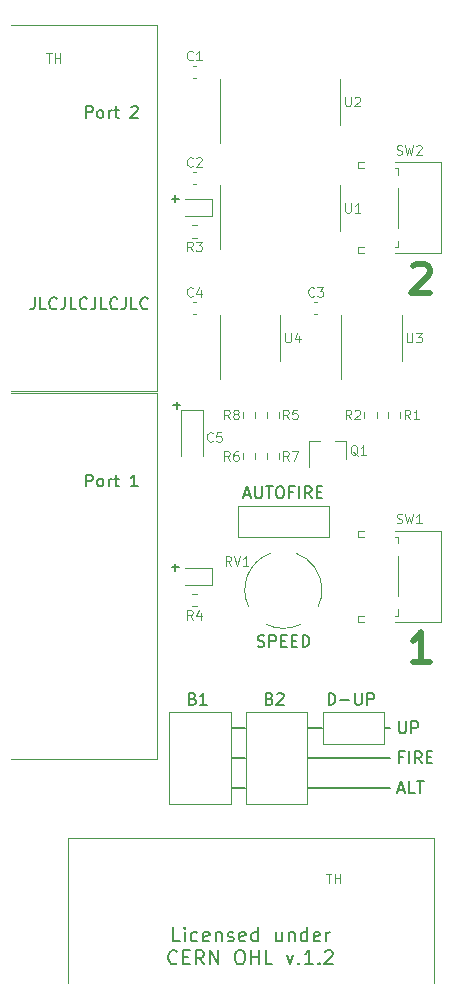
<source format=gto>
%TF.GenerationSoftware,KiCad,Pcbnew,5.1.12-84ad8e8a86~92~ubuntu20.04.1*%
%TF.CreationDate,2021-12-12T16:01:27+01:00*%
%TF.ProjectId,C64 Joystick Switcher,43363420-4a6f-4797-9374-69636b205377,rev?*%
%TF.SameCoordinates,PX5b1e2c0PY21e9a40*%
%TF.FileFunction,Legend,Top*%
%TF.FilePolarity,Positive*%
%FSLAX46Y46*%
G04 Gerber Fmt 4.6, Leading zero omitted, Abs format (unit mm)*
G04 Created by KiCad (PCBNEW 5.1.12-84ad8e8a86~92~ubuntu20.04.1) date 2021-12-12 16:01:27*
%MOMM*%
%LPD*%
G01*
G04 APERTURE LIST*
%ADD10C,0.150000*%
%ADD11C,0.200000*%
%ADD12C,0.500000*%
%ADD13C,0.120000*%
%ADD14C,0.100000*%
%ADD15C,1.152000*%
%ADD16C,1.620000*%
%ADD17R,0.800000X0.900000*%
%ADD18C,2.100000*%
%ADD19C,1.750000*%
%ADD20R,1.600000X1.600000*%
%ADD21C,1.600000*%
%ADD22C,4.800000*%
%ADD23R,1.700000X1.700000*%
%ADD24O,1.700000X1.700000*%
G04 APERTURE END LIST*
D10*
X13856000Y-45540000D02*
X13856000Y-46140000D01*
X13556000Y-45840000D02*
X14156000Y-45840000D01*
X13856000Y-14340000D02*
X13856000Y-14940000D01*
X13556000Y-14640000D02*
X14156000Y-14640000D01*
X13956000Y-32440000D02*
X13956000Y-31840000D01*
X13656000Y-32140000D02*
X14256000Y-32140000D01*
D11*
X1936952Y-22992380D02*
X1936952Y-23706666D01*
X1889333Y-23849523D01*
X1794095Y-23944761D01*
X1651238Y-23992380D01*
X1556000Y-23992380D01*
X2889333Y-23992380D02*
X2413142Y-23992380D01*
X2413142Y-22992380D01*
X3794095Y-23897142D02*
X3746476Y-23944761D01*
X3603619Y-23992380D01*
X3508380Y-23992380D01*
X3365523Y-23944761D01*
X3270285Y-23849523D01*
X3222666Y-23754285D01*
X3175047Y-23563809D01*
X3175047Y-23420952D01*
X3222666Y-23230476D01*
X3270285Y-23135238D01*
X3365523Y-23040000D01*
X3508380Y-22992380D01*
X3603619Y-22992380D01*
X3746476Y-23040000D01*
X3794095Y-23087619D01*
X4508380Y-22992380D02*
X4508380Y-23706666D01*
X4460761Y-23849523D01*
X4365523Y-23944761D01*
X4222666Y-23992380D01*
X4127428Y-23992380D01*
X5460761Y-23992380D02*
X4984571Y-23992380D01*
X4984571Y-22992380D01*
X6365523Y-23897142D02*
X6317904Y-23944761D01*
X6175047Y-23992380D01*
X6079809Y-23992380D01*
X5936952Y-23944761D01*
X5841714Y-23849523D01*
X5794095Y-23754285D01*
X5746476Y-23563809D01*
X5746476Y-23420952D01*
X5794095Y-23230476D01*
X5841714Y-23135238D01*
X5936952Y-23040000D01*
X6079809Y-22992380D01*
X6175047Y-22992380D01*
X6317904Y-23040000D01*
X6365523Y-23087619D01*
X7079809Y-22992380D02*
X7079809Y-23706666D01*
X7032190Y-23849523D01*
X6936952Y-23944761D01*
X6794095Y-23992380D01*
X6698857Y-23992380D01*
X8032190Y-23992380D02*
X7556000Y-23992380D01*
X7556000Y-22992380D01*
X8936952Y-23897142D02*
X8889333Y-23944761D01*
X8746476Y-23992380D01*
X8651238Y-23992380D01*
X8508380Y-23944761D01*
X8413142Y-23849523D01*
X8365523Y-23754285D01*
X8317904Y-23563809D01*
X8317904Y-23420952D01*
X8365523Y-23230476D01*
X8413142Y-23135238D01*
X8508380Y-23040000D01*
X8651238Y-22992380D01*
X8746476Y-22992380D01*
X8889333Y-23040000D01*
X8936952Y-23087619D01*
X9651238Y-22992380D02*
X9651238Y-23706666D01*
X9603619Y-23849523D01*
X9508380Y-23944761D01*
X9365523Y-23992380D01*
X9270285Y-23992380D01*
X10603619Y-23992380D02*
X10127428Y-23992380D01*
X10127428Y-22992380D01*
X11508380Y-23897142D02*
X11460761Y-23944761D01*
X11317904Y-23992380D01*
X11222666Y-23992380D01*
X11079809Y-23944761D01*
X10984571Y-23849523D01*
X10936952Y-23754285D01*
X10889333Y-23563809D01*
X10889333Y-23420952D01*
X10936952Y-23230476D01*
X10984571Y-23135238D01*
X11079809Y-23040000D01*
X11222666Y-22992380D01*
X11317904Y-22992380D01*
X11460761Y-23040000D01*
X11508380Y-23087619D01*
D12*
X35370285Y-53830952D02*
X33941714Y-53830952D01*
X34656000Y-53830952D02*
X34656000Y-51330952D01*
X34417904Y-51688095D01*
X34179809Y-51926190D01*
X33941714Y-52045238D01*
D11*
X32056000Y-59440000D02*
X31606000Y-59440000D01*
D10*
X20805523Y-52544761D02*
X20948380Y-52592380D01*
X21186476Y-52592380D01*
X21281714Y-52544761D01*
X21329333Y-52497142D01*
X21376952Y-52401904D01*
X21376952Y-52306666D01*
X21329333Y-52211428D01*
X21281714Y-52163809D01*
X21186476Y-52116190D01*
X20996000Y-52068571D01*
X20900761Y-52020952D01*
X20853142Y-51973333D01*
X20805523Y-51878095D01*
X20805523Y-51782857D01*
X20853142Y-51687619D01*
X20900761Y-51640000D01*
X20996000Y-51592380D01*
X21234095Y-51592380D01*
X21376952Y-51640000D01*
X21805523Y-52592380D02*
X21805523Y-51592380D01*
X22186476Y-51592380D01*
X22281714Y-51640000D01*
X22329333Y-51687619D01*
X22376952Y-51782857D01*
X22376952Y-51925714D01*
X22329333Y-52020952D01*
X22281714Y-52068571D01*
X22186476Y-52116190D01*
X21805523Y-52116190D01*
X22805523Y-52068571D02*
X23138857Y-52068571D01*
X23281714Y-52592380D02*
X22805523Y-52592380D01*
X22805523Y-51592380D01*
X23281714Y-51592380D01*
X23710285Y-52068571D02*
X24043619Y-52068571D01*
X24186476Y-52592380D02*
X23710285Y-52592380D01*
X23710285Y-51592380D01*
X24186476Y-51592380D01*
X24615047Y-52592380D02*
X24615047Y-51592380D01*
X24853142Y-51592380D01*
X24996000Y-51640000D01*
X25091238Y-51735238D01*
X25138857Y-51830476D01*
X25186476Y-52020952D01*
X25186476Y-52163809D01*
X25138857Y-52354285D01*
X25091238Y-52449523D01*
X24996000Y-52544761D01*
X24853142Y-52592380D01*
X24615047Y-52592380D01*
D12*
X33941714Y-20369047D02*
X34060761Y-20250000D01*
X34298857Y-20130952D01*
X34894095Y-20130952D01*
X35132190Y-20250000D01*
X35251238Y-20369047D01*
X35370285Y-20607142D01*
X35370285Y-20845238D01*
X35251238Y-21202380D01*
X33822666Y-22630952D01*
X35370285Y-22630952D01*
D11*
X32056000Y-61980000D02*
X25106000Y-61980000D01*
X32056000Y-64520000D02*
X25106000Y-64520000D01*
X25106000Y-59440000D02*
X26256000Y-59440000D01*
X18606000Y-64520000D02*
X19756000Y-64520000D01*
X18606000Y-61980000D02*
X19756000Y-61980000D01*
X18606000Y-59440000D02*
X19756000Y-59440000D01*
D10*
X26821238Y-57492380D02*
X26821238Y-56492380D01*
X27059333Y-56492380D01*
X27202190Y-56540000D01*
X27297428Y-56635238D01*
X27345047Y-56730476D01*
X27392666Y-56920952D01*
X27392666Y-57063809D01*
X27345047Y-57254285D01*
X27297428Y-57349523D01*
X27202190Y-57444761D01*
X27059333Y-57492380D01*
X26821238Y-57492380D01*
X27821238Y-57111428D02*
X28583142Y-57111428D01*
X29059333Y-56492380D02*
X29059333Y-57301904D01*
X29106952Y-57397142D01*
X29154571Y-57444761D01*
X29249809Y-57492380D01*
X29440285Y-57492380D01*
X29535523Y-57444761D01*
X29583142Y-57397142D01*
X29630761Y-57301904D01*
X29630761Y-56492380D01*
X30106952Y-57492380D02*
X30106952Y-56492380D01*
X30487904Y-56492380D01*
X30583142Y-56540000D01*
X30630761Y-56587619D01*
X30678380Y-56682857D01*
X30678380Y-56825714D01*
X30630761Y-56920952D01*
X30583142Y-56968571D01*
X30487904Y-57016190D01*
X30106952Y-57016190D01*
X21821238Y-56968571D02*
X21964095Y-57016190D01*
X22011714Y-57063809D01*
X22059333Y-57159047D01*
X22059333Y-57301904D01*
X22011714Y-57397142D01*
X21964095Y-57444761D01*
X21868857Y-57492380D01*
X21487904Y-57492380D01*
X21487904Y-56492380D01*
X21821238Y-56492380D01*
X21916476Y-56540000D01*
X21964095Y-56587619D01*
X22011714Y-56682857D01*
X22011714Y-56778095D01*
X21964095Y-56873333D01*
X21916476Y-56920952D01*
X21821238Y-56968571D01*
X21487904Y-56968571D01*
X22440285Y-56587619D02*
X22487904Y-56540000D01*
X22583142Y-56492380D01*
X22821238Y-56492380D01*
X22916476Y-56540000D01*
X22964095Y-56587619D01*
X23011714Y-56682857D01*
X23011714Y-56778095D01*
X22964095Y-56920952D01*
X22392666Y-57492380D01*
X23011714Y-57492380D01*
X15321238Y-56968571D02*
X15464095Y-57016190D01*
X15511714Y-57063809D01*
X15559333Y-57159047D01*
X15559333Y-57301904D01*
X15511714Y-57397142D01*
X15464095Y-57444761D01*
X15368857Y-57492380D01*
X14987904Y-57492380D01*
X14987904Y-56492380D01*
X15321238Y-56492380D01*
X15416476Y-56540000D01*
X15464095Y-56587619D01*
X15511714Y-56682857D01*
X15511714Y-56778095D01*
X15464095Y-56873333D01*
X15416476Y-56920952D01*
X15321238Y-56968571D01*
X14987904Y-56968571D01*
X16511714Y-57492380D02*
X15940285Y-57492380D01*
X16226000Y-57492380D02*
X16226000Y-56492380D01*
X16130761Y-56635238D01*
X16035523Y-56730476D01*
X15940285Y-56778095D01*
X32743976Y-64686666D02*
X33220166Y-64686666D01*
X32648738Y-64972380D02*
X32982071Y-63972380D01*
X33315404Y-64972380D01*
X34124928Y-64972380D02*
X33648738Y-64972380D01*
X33648738Y-63972380D01*
X34315404Y-63972380D02*
X34886833Y-63972380D01*
X34601119Y-64972380D02*
X34601119Y-63972380D01*
X32791595Y-58892380D02*
X32791595Y-59701904D01*
X32839214Y-59797142D01*
X32886833Y-59844761D01*
X32982071Y-59892380D01*
X33172547Y-59892380D01*
X33267785Y-59844761D01*
X33315404Y-59797142D01*
X33363023Y-59701904D01*
X33363023Y-58892380D01*
X33839214Y-59892380D02*
X33839214Y-58892380D01*
X34220166Y-58892380D01*
X34315404Y-58940000D01*
X34363023Y-58987619D01*
X34410642Y-59082857D01*
X34410642Y-59225714D01*
X34363023Y-59320952D01*
X34315404Y-59368571D01*
X34220166Y-59416190D01*
X33839214Y-59416190D01*
X33124928Y-61908571D02*
X32791595Y-61908571D01*
X32791595Y-62432380D02*
X32791595Y-61432380D01*
X33267785Y-61432380D01*
X33648738Y-62432380D02*
X33648738Y-61432380D01*
X34696357Y-62432380D02*
X34363023Y-61956190D01*
X34124928Y-62432380D02*
X34124928Y-61432380D01*
X34505880Y-61432380D01*
X34601119Y-61480000D01*
X34648738Y-61527619D01*
X34696357Y-61622857D01*
X34696357Y-61765714D01*
X34648738Y-61860952D01*
X34601119Y-61908571D01*
X34505880Y-61956190D01*
X34124928Y-61956190D01*
X35124928Y-61908571D02*
X35458261Y-61908571D01*
X35601119Y-62432380D02*
X35124928Y-62432380D01*
X35124928Y-61432380D01*
X35601119Y-61432380D01*
X14232000Y-77507857D02*
X13660571Y-77507857D01*
X13660571Y-76307857D01*
X14632000Y-77507857D02*
X14632000Y-76707857D01*
X14632000Y-76307857D02*
X14574857Y-76365000D01*
X14632000Y-76422142D01*
X14689142Y-76365000D01*
X14632000Y-76307857D01*
X14632000Y-76422142D01*
X15717714Y-77450714D02*
X15603428Y-77507857D01*
X15374857Y-77507857D01*
X15260571Y-77450714D01*
X15203428Y-77393571D01*
X15146285Y-77279285D01*
X15146285Y-76936428D01*
X15203428Y-76822142D01*
X15260571Y-76765000D01*
X15374857Y-76707857D01*
X15603428Y-76707857D01*
X15717714Y-76765000D01*
X16689142Y-77450714D02*
X16574857Y-77507857D01*
X16346285Y-77507857D01*
X16232000Y-77450714D01*
X16174857Y-77336428D01*
X16174857Y-76879285D01*
X16232000Y-76765000D01*
X16346285Y-76707857D01*
X16574857Y-76707857D01*
X16689142Y-76765000D01*
X16746285Y-76879285D01*
X16746285Y-76993571D01*
X16174857Y-77107857D01*
X17260571Y-76707857D02*
X17260571Y-77507857D01*
X17260571Y-76822142D02*
X17317714Y-76765000D01*
X17432000Y-76707857D01*
X17603428Y-76707857D01*
X17717714Y-76765000D01*
X17774857Y-76879285D01*
X17774857Y-77507857D01*
X18289142Y-77450714D02*
X18403428Y-77507857D01*
X18632000Y-77507857D01*
X18746285Y-77450714D01*
X18803428Y-77336428D01*
X18803428Y-77279285D01*
X18746285Y-77165000D01*
X18632000Y-77107857D01*
X18460571Y-77107857D01*
X18346285Y-77050714D01*
X18289142Y-76936428D01*
X18289142Y-76879285D01*
X18346285Y-76765000D01*
X18460571Y-76707857D01*
X18632000Y-76707857D01*
X18746285Y-76765000D01*
X19774857Y-77450714D02*
X19660571Y-77507857D01*
X19432000Y-77507857D01*
X19317714Y-77450714D01*
X19260571Y-77336428D01*
X19260571Y-76879285D01*
X19317714Y-76765000D01*
X19432000Y-76707857D01*
X19660571Y-76707857D01*
X19774857Y-76765000D01*
X19832000Y-76879285D01*
X19832000Y-76993571D01*
X19260571Y-77107857D01*
X20860571Y-77507857D02*
X20860571Y-76307857D01*
X20860571Y-77450714D02*
X20746285Y-77507857D01*
X20517714Y-77507857D01*
X20403428Y-77450714D01*
X20346285Y-77393571D01*
X20289142Y-77279285D01*
X20289142Y-76936428D01*
X20346285Y-76822142D01*
X20403428Y-76765000D01*
X20517714Y-76707857D01*
X20746285Y-76707857D01*
X20860571Y-76765000D01*
X22860571Y-76707857D02*
X22860571Y-77507857D01*
X22346285Y-76707857D02*
X22346285Y-77336428D01*
X22403428Y-77450714D01*
X22517714Y-77507857D01*
X22689142Y-77507857D01*
X22803428Y-77450714D01*
X22860571Y-77393571D01*
X23432000Y-76707857D02*
X23432000Y-77507857D01*
X23432000Y-76822142D02*
X23489142Y-76765000D01*
X23603428Y-76707857D01*
X23774857Y-76707857D01*
X23889142Y-76765000D01*
X23946285Y-76879285D01*
X23946285Y-77507857D01*
X25032000Y-77507857D02*
X25032000Y-76307857D01*
X25032000Y-77450714D02*
X24917714Y-77507857D01*
X24689142Y-77507857D01*
X24574857Y-77450714D01*
X24517714Y-77393571D01*
X24460571Y-77279285D01*
X24460571Y-76936428D01*
X24517714Y-76822142D01*
X24574857Y-76765000D01*
X24689142Y-76707857D01*
X24917714Y-76707857D01*
X25032000Y-76765000D01*
X26060571Y-77450714D02*
X25946285Y-77507857D01*
X25717714Y-77507857D01*
X25603428Y-77450714D01*
X25546285Y-77336428D01*
X25546285Y-76879285D01*
X25603428Y-76765000D01*
X25717714Y-76707857D01*
X25946285Y-76707857D01*
X26060571Y-76765000D01*
X26117714Y-76879285D01*
X26117714Y-76993571D01*
X25546285Y-77107857D01*
X26632000Y-77507857D02*
X26632000Y-76707857D01*
X26632000Y-76936428D02*
X26689142Y-76822142D01*
X26746285Y-76765000D01*
X26860571Y-76707857D01*
X26974857Y-76707857D01*
X14003428Y-79343571D02*
X13946285Y-79400714D01*
X13774857Y-79457857D01*
X13660571Y-79457857D01*
X13489142Y-79400714D01*
X13374857Y-79286428D01*
X13317714Y-79172142D01*
X13260571Y-78943571D01*
X13260571Y-78772142D01*
X13317714Y-78543571D01*
X13374857Y-78429285D01*
X13489142Y-78315000D01*
X13660571Y-78257857D01*
X13774857Y-78257857D01*
X13946285Y-78315000D01*
X14003428Y-78372142D01*
X14517714Y-78829285D02*
X14917714Y-78829285D01*
X15089142Y-79457857D02*
X14517714Y-79457857D01*
X14517714Y-78257857D01*
X15089142Y-78257857D01*
X16289142Y-79457857D02*
X15889142Y-78886428D01*
X15603428Y-79457857D02*
X15603428Y-78257857D01*
X16060571Y-78257857D01*
X16174857Y-78315000D01*
X16232000Y-78372142D01*
X16289142Y-78486428D01*
X16289142Y-78657857D01*
X16232000Y-78772142D01*
X16174857Y-78829285D01*
X16060571Y-78886428D01*
X15603428Y-78886428D01*
X16803428Y-79457857D02*
X16803428Y-78257857D01*
X17489142Y-79457857D01*
X17489142Y-78257857D01*
X19203428Y-78257857D02*
X19432000Y-78257857D01*
X19546285Y-78315000D01*
X19660571Y-78429285D01*
X19717714Y-78657857D01*
X19717714Y-79057857D01*
X19660571Y-79286428D01*
X19546285Y-79400714D01*
X19432000Y-79457857D01*
X19203428Y-79457857D01*
X19089142Y-79400714D01*
X18974857Y-79286428D01*
X18917714Y-79057857D01*
X18917714Y-78657857D01*
X18974857Y-78429285D01*
X19089142Y-78315000D01*
X19203428Y-78257857D01*
X20232000Y-79457857D02*
X20232000Y-78257857D01*
X20232000Y-78829285D02*
X20917714Y-78829285D01*
X20917714Y-79457857D02*
X20917714Y-78257857D01*
X22060571Y-79457857D02*
X21489142Y-79457857D01*
X21489142Y-78257857D01*
X23260571Y-78657857D02*
X23546285Y-79457857D01*
X23832000Y-78657857D01*
X24289142Y-79343571D02*
X24346285Y-79400714D01*
X24289142Y-79457857D01*
X24232000Y-79400714D01*
X24289142Y-79343571D01*
X24289142Y-79457857D01*
X25489142Y-79457857D02*
X24803428Y-79457857D01*
X25146285Y-79457857D02*
X25146285Y-78257857D01*
X25032000Y-78429285D01*
X24917714Y-78543571D01*
X24803428Y-78600714D01*
X26003428Y-79343571D02*
X26060571Y-79400714D01*
X26003428Y-79457857D01*
X25946285Y-79400714D01*
X26003428Y-79343571D01*
X26003428Y-79457857D01*
X26517714Y-78372142D02*
X26574857Y-78315000D01*
X26689142Y-78257857D01*
X26974857Y-78257857D01*
X27089142Y-78315000D01*
X27146285Y-78372142D01*
X27203428Y-78486428D01*
X27203428Y-78600714D01*
X27146285Y-78772142D01*
X26460571Y-79457857D01*
X27203428Y-79457857D01*
D13*
%TO.C,C5*%
X16191000Y-36440000D02*
X16191000Y-32530000D01*
X16191000Y-32530000D02*
X14321000Y-32530000D01*
X14321000Y-32530000D02*
X14321000Y-36440000D01*
%TO.C,RV1*%
X26266075Y-47683137D02*
G75*
G02*
X25910000Y-49225000I-3270075J-56863D01*
G01*
X24481202Y-50653387D02*
G75*
G02*
X21512000Y-50654000I-1485202J2913387D01*
G01*
X20082171Y-49223968D02*
G75*
G02*
X21932000Y-44648000I2913829J1483968D01*
G01*
X24060608Y-44648154D02*
G75*
G02*
X26266000Y-47740000I-1064608J-3091846D01*
G01*
%TO.C,Q1*%
X28336000Y-35180000D02*
X28336000Y-36640000D01*
X25176000Y-35180000D02*
X25176000Y-37340000D01*
X25176000Y-35180000D02*
X26106000Y-35180000D01*
X28336000Y-35180000D02*
X27406000Y-35180000D01*
%TO.C,D2*%
X14656000Y-47335000D02*
X16941000Y-47335000D01*
X16941000Y-47335000D02*
X16941000Y-45865000D01*
X16941000Y-45865000D02*
X14656000Y-45865000D01*
%TO.C,D1*%
X14656000Y-16135000D02*
X16941000Y-16135000D01*
X16941000Y-16135000D02*
X16941000Y-14665000D01*
X16941000Y-14665000D02*
X14656000Y-14665000D01*
%TO.C,U4*%
X22746000Y-26440000D02*
X22746000Y-24490000D01*
X22746000Y-26440000D02*
X22746000Y-28390000D01*
X17626000Y-26440000D02*
X17626000Y-24490000D01*
X17626000Y-26440000D02*
X17626000Y-29890000D01*
%TO.C,U3*%
X33016000Y-26440000D02*
X33016000Y-24490000D01*
X33016000Y-26440000D02*
X33016000Y-28390000D01*
X27896000Y-26440000D02*
X27896000Y-24490000D01*
X27896000Y-26440000D02*
X27896000Y-29890000D01*
%TO.C,U2*%
X27786000Y-6440000D02*
X27786000Y-4490000D01*
X27786000Y-6440000D02*
X27786000Y-8390000D01*
X17666000Y-6440000D02*
X17666000Y-4490000D01*
X17666000Y-6440000D02*
X17666000Y-9890000D01*
%TO.C,U1*%
X27786000Y-15440000D02*
X27786000Y-13490000D01*
X27786000Y-15440000D02*
X27786000Y-17390000D01*
X17666000Y-15440000D02*
X17666000Y-13490000D01*
X17666000Y-15440000D02*
X17666000Y-18890000D01*
%TO.C,SW2*%
X32686000Y-12060000D02*
X32456000Y-12060000D01*
X36356000Y-11540000D02*
X36356000Y-19260000D01*
X36356000Y-19260000D02*
X32456000Y-19260000D01*
X29346000Y-11540000D02*
X29346000Y-12060000D01*
X36356000Y-11540000D02*
X32456000Y-11540000D01*
X32686000Y-18740000D02*
X32456000Y-18740000D01*
X29856000Y-12060000D02*
X29346000Y-12060000D01*
X29856000Y-11540000D02*
X29346000Y-11540000D01*
X32686000Y-18200000D02*
X32686000Y-18740000D01*
X29856000Y-18740000D02*
X29346000Y-18740000D01*
X29346000Y-18740000D02*
X29346000Y-19260000D01*
X29856000Y-19260000D02*
X29346000Y-19260000D01*
X32686000Y-12060000D02*
X32686000Y-12600000D01*
X32686000Y-13700000D02*
X32686000Y-17100000D01*
%TO.C,SW1*%
X32686000Y-43260000D02*
X32456000Y-43260000D01*
X36356000Y-42740000D02*
X36356000Y-50460000D01*
X36356000Y-50460000D02*
X32456000Y-50460000D01*
X29346000Y-42740000D02*
X29346000Y-43260000D01*
X36356000Y-42740000D02*
X32456000Y-42740000D01*
X32686000Y-49940000D02*
X32456000Y-49940000D01*
X29856000Y-43260000D02*
X29346000Y-43260000D01*
X29856000Y-42740000D02*
X29346000Y-42740000D01*
X32686000Y-49400000D02*
X32686000Y-49940000D01*
X29856000Y-49940000D02*
X29346000Y-49940000D01*
X29346000Y-49940000D02*
X29346000Y-50460000D01*
X29856000Y-50460000D02*
X29346000Y-50460000D01*
X32686000Y-43260000D02*
X32686000Y-43800000D01*
X32686000Y-44900000D02*
X32686000Y-48300000D01*
%TO.C,R8*%
X20613500Y-32702742D02*
X20613500Y-33177258D01*
X19568500Y-32702742D02*
X19568500Y-33177258D01*
%TO.C,R7*%
X21568500Y-36677258D02*
X21568500Y-36202742D01*
X22613500Y-36677258D02*
X22613500Y-36202742D01*
%TO.C,R6*%
X20613500Y-36202742D02*
X20613500Y-36677258D01*
X19568500Y-36202742D02*
X19568500Y-36677258D01*
%TO.C,R5*%
X21568500Y-33177258D02*
X21568500Y-32702742D01*
X22613500Y-33177258D02*
X22613500Y-32702742D01*
%TO.C,R4*%
X15218742Y-48077500D02*
X15693258Y-48077500D01*
X15218742Y-49122500D02*
X15693258Y-49122500D01*
%TO.C,R3*%
X15693258Y-17922500D02*
X15218742Y-17922500D01*
X15693258Y-16877500D02*
X15218742Y-16877500D01*
%TO.C,R2*%
X30883500Y-32702742D02*
X30883500Y-33177258D01*
X29838500Y-32702742D02*
X29838500Y-33177258D01*
%TO.C,R1*%
X32883500Y-32702742D02*
X32883500Y-33177258D01*
X31838500Y-32702742D02*
X31838500Y-33177258D01*
%TO.C,C4*%
X15596580Y-24375000D02*
X15315420Y-24375000D01*
X15596580Y-23355000D02*
X15315420Y-23355000D01*
%TO.C,C3*%
X25866580Y-24375000D02*
X25585420Y-24375000D01*
X25866580Y-23355000D02*
X25585420Y-23355000D01*
%TO.C,C2*%
X15596580Y-13375000D02*
X15315420Y-13375000D01*
X15596580Y-12355000D02*
X15315420Y-12355000D01*
%TO.C,C1*%
X15596580Y-4375000D02*
X15315420Y-4375000D01*
X15596580Y-3355000D02*
X15315420Y-3355000D01*
%TO.C,J2*%
X-24000Y85000D02*
X12316000Y85000D01*
X12316000Y85000D02*
X12316000Y-30885000D01*
X12316000Y-30885000D02*
X-24000Y-30885000D01*
%TO.C,J1*%
X-24000Y-31115000D02*
X12316000Y-31115000D01*
X12316000Y-31115000D02*
X12316000Y-62085000D01*
X12316000Y-62085000D02*
X-24000Y-62085000D01*
%TO.C,J3*%
X4747000Y-81060000D02*
X4747000Y-68720000D01*
X4747000Y-68720000D02*
X35717000Y-68720000D01*
X35717000Y-68720000D02*
X35717000Y-81060000D01*
%TO.C,JP1*%
X31526000Y-60770000D02*
X31526000Y-58110000D01*
X26326000Y-60770000D02*
X31526000Y-60770000D01*
X26326000Y-58110000D02*
X31526000Y-58110000D01*
X26326000Y-60770000D02*
X26326000Y-58110000D01*
%TO.C,J4*%
X19826000Y-65850000D02*
X25026000Y-65850000D01*
X19826000Y-58110000D02*
X19826000Y-65850000D01*
X25026000Y-58110000D02*
X25026000Y-65850000D01*
X19826000Y-58110000D02*
X25026000Y-58110000D01*
%TO.C,J5*%
X13326000Y-65850000D02*
X18526000Y-65850000D01*
X13326000Y-58110000D02*
X13326000Y-65850000D01*
X18526000Y-58110000D02*
X18526000Y-65850000D01*
X13326000Y-58110000D02*
X18526000Y-58110000D01*
%TO.C,JP2*%
X26866000Y-43270000D02*
X26866000Y-40610000D01*
X19126000Y-43270000D02*
X26866000Y-43270000D01*
X19126000Y-40610000D02*
X26866000Y-40610000D01*
X19126000Y-43270000D02*
X19126000Y-40610000D01*
%TO.C,C5*%
X17022666Y-35125714D02*
X16984571Y-35163809D01*
X16870285Y-35201904D01*
X16794095Y-35201904D01*
X16679809Y-35163809D01*
X16603619Y-35087619D01*
X16565523Y-35011428D01*
X16527428Y-34859047D01*
X16527428Y-34744761D01*
X16565523Y-34592380D01*
X16603619Y-34516190D01*
X16679809Y-34440000D01*
X16794095Y-34401904D01*
X16870285Y-34401904D01*
X16984571Y-34440000D01*
X17022666Y-34478095D01*
X17746476Y-34401904D02*
X17365523Y-34401904D01*
X17327428Y-34782857D01*
X17365523Y-34744761D01*
X17441714Y-34706666D01*
X17632190Y-34706666D01*
X17708380Y-34744761D01*
X17746476Y-34782857D01*
X17784571Y-34859047D01*
X17784571Y-35049523D01*
X17746476Y-35125714D01*
X17708380Y-35163809D01*
X17632190Y-35201904D01*
X17441714Y-35201904D01*
X17365523Y-35163809D01*
X17327428Y-35125714D01*
%TO.C,TH*%
D14*
X26608380Y-71801904D02*
X27065523Y-71801904D01*
X26836952Y-72601904D02*
X26836952Y-71801904D01*
X27332190Y-72601904D02*
X27332190Y-71801904D01*
X27332190Y-72182857D02*
X27789333Y-72182857D01*
X27789333Y-72601904D02*
X27789333Y-71801904D01*
X2908380Y-2301904D02*
X3365523Y-2301904D01*
X3136952Y-3101904D02*
X3136952Y-2301904D01*
X3632190Y-3101904D02*
X3632190Y-2301904D01*
X3632190Y-2682857D02*
X4089333Y-2682857D01*
X4089333Y-3101904D02*
X4089333Y-2301904D01*
%TO.C,RV1*%
D13*
X18579809Y-45701904D02*
X18313142Y-45320952D01*
X18122666Y-45701904D02*
X18122666Y-44901904D01*
X18427428Y-44901904D01*
X18503619Y-44940000D01*
X18541714Y-44978095D01*
X18579809Y-45054285D01*
X18579809Y-45168571D01*
X18541714Y-45244761D01*
X18503619Y-45282857D01*
X18427428Y-45320952D01*
X18122666Y-45320952D01*
X18808380Y-44901904D02*
X19075047Y-45701904D01*
X19341714Y-44901904D01*
X20027428Y-45701904D02*
X19570285Y-45701904D01*
X19798857Y-45701904D02*
X19798857Y-44901904D01*
X19722666Y-45016190D01*
X19646476Y-45092380D01*
X19570285Y-45130476D01*
%TO.C,Q1*%
X29279809Y-36378095D02*
X29203619Y-36340000D01*
X29127428Y-36263809D01*
X29013142Y-36149523D01*
X28936952Y-36111428D01*
X28860761Y-36111428D01*
X28898857Y-36301904D02*
X28822666Y-36263809D01*
X28746476Y-36187619D01*
X28708380Y-36035238D01*
X28708380Y-35768571D01*
X28746476Y-35616190D01*
X28822666Y-35540000D01*
X28898857Y-35501904D01*
X29051238Y-35501904D01*
X29127428Y-35540000D01*
X29203619Y-35616190D01*
X29241714Y-35768571D01*
X29241714Y-36035238D01*
X29203619Y-36187619D01*
X29127428Y-36263809D01*
X29051238Y-36301904D01*
X28898857Y-36301904D01*
X30003619Y-36301904D02*
X29546476Y-36301904D01*
X29775047Y-36301904D02*
X29775047Y-35501904D01*
X29698857Y-35616190D01*
X29622666Y-35692380D01*
X29546476Y-35730476D01*
%TO.C,U4*%
X23166476Y-26001904D02*
X23166476Y-26649523D01*
X23204571Y-26725714D01*
X23242666Y-26763809D01*
X23318857Y-26801904D01*
X23471238Y-26801904D01*
X23547428Y-26763809D01*
X23585523Y-26725714D01*
X23623619Y-26649523D01*
X23623619Y-26001904D01*
X24347428Y-26268571D02*
X24347428Y-26801904D01*
X24156952Y-25963809D02*
X23966476Y-26535238D01*
X24461714Y-26535238D01*
%TO.C,U3*%
X33436476Y-26001904D02*
X33436476Y-26649523D01*
X33474571Y-26725714D01*
X33512666Y-26763809D01*
X33588857Y-26801904D01*
X33741238Y-26801904D01*
X33817428Y-26763809D01*
X33855523Y-26725714D01*
X33893619Y-26649523D01*
X33893619Y-26001904D01*
X34198380Y-26001904D02*
X34693619Y-26001904D01*
X34426952Y-26306666D01*
X34541238Y-26306666D01*
X34617428Y-26344761D01*
X34655523Y-26382857D01*
X34693619Y-26459047D01*
X34693619Y-26649523D01*
X34655523Y-26725714D01*
X34617428Y-26763809D01*
X34541238Y-26801904D01*
X34312666Y-26801904D01*
X34236476Y-26763809D01*
X34198380Y-26725714D01*
%TO.C,U2*%
X28246476Y-6001904D02*
X28246476Y-6649523D01*
X28284571Y-6725714D01*
X28322666Y-6763809D01*
X28398857Y-6801904D01*
X28551238Y-6801904D01*
X28627428Y-6763809D01*
X28665523Y-6725714D01*
X28703619Y-6649523D01*
X28703619Y-6001904D01*
X29046476Y-6078095D02*
X29084571Y-6040000D01*
X29160761Y-6001904D01*
X29351238Y-6001904D01*
X29427428Y-6040000D01*
X29465523Y-6078095D01*
X29503619Y-6154285D01*
X29503619Y-6230476D01*
X29465523Y-6344761D01*
X29008380Y-6801904D01*
X29503619Y-6801904D01*
%TO.C,U1*%
X28246476Y-15001904D02*
X28246476Y-15649523D01*
X28284571Y-15725714D01*
X28322666Y-15763809D01*
X28398857Y-15801904D01*
X28551238Y-15801904D01*
X28627428Y-15763809D01*
X28665523Y-15725714D01*
X28703619Y-15649523D01*
X28703619Y-15001904D01*
X29503619Y-15801904D02*
X29046476Y-15801904D01*
X29275047Y-15801904D02*
X29275047Y-15001904D01*
X29198857Y-15116190D01*
X29122666Y-15192380D01*
X29046476Y-15230476D01*
%TO.C,SW2*%
X32589333Y-10873809D02*
X32703619Y-10911904D01*
X32894095Y-10911904D01*
X32970285Y-10873809D01*
X33008380Y-10835714D01*
X33046476Y-10759523D01*
X33046476Y-10683333D01*
X33008380Y-10607142D01*
X32970285Y-10569047D01*
X32894095Y-10530952D01*
X32741714Y-10492857D01*
X32665523Y-10454761D01*
X32627428Y-10416666D01*
X32589333Y-10340476D01*
X32589333Y-10264285D01*
X32627428Y-10188095D01*
X32665523Y-10150000D01*
X32741714Y-10111904D01*
X32932190Y-10111904D01*
X33046476Y-10150000D01*
X33313142Y-10111904D02*
X33503619Y-10911904D01*
X33656000Y-10340476D01*
X33808380Y-10911904D01*
X33998857Y-10111904D01*
X34265523Y-10188095D02*
X34303619Y-10150000D01*
X34379809Y-10111904D01*
X34570285Y-10111904D01*
X34646476Y-10150000D01*
X34684571Y-10188095D01*
X34722666Y-10264285D01*
X34722666Y-10340476D01*
X34684571Y-10454761D01*
X34227428Y-10911904D01*
X34722666Y-10911904D01*
%TO.C,SW1*%
X32589333Y-42073809D02*
X32703619Y-42111904D01*
X32894095Y-42111904D01*
X32970285Y-42073809D01*
X33008380Y-42035714D01*
X33046476Y-41959523D01*
X33046476Y-41883333D01*
X33008380Y-41807142D01*
X32970285Y-41769047D01*
X32894095Y-41730952D01*
X32741714Y-41692857D01*
X32665523Y-41654761D01*
X32627428Y-41616666D01*
X32589333Y-41540476D01*
X32589333Y-41464285D01*
X32627428Y-41388095D01*
X32665523Y-41350000D01*
X32741714Y-41311904D01*
X32932190Y-41311904D01*
X33046476Y-41350000D01*
X33313142Y-41311904D02*
X33503619Y-42111904D01*
X33656000Y-41540476D01*
X33808380Y-42111904D01*
X33998857Y-41311904D01*
X34722666Y-42111904D02*
X34265523Y-42111904D01*
X34494095Y-42111904D02*
X34494095Y-41311904D01*
X34417904Y-41426190D01*
X34341714Y-41502380D01*
X34265523Y-41540476D01*
%TO.C,R8*%
X18457666Y-33301904D02*
X18191000Y-32920952D01*
X18000523Y-33301904D02*
X18000523Y-32501904D01*
X18305285Y-32501904D01*
X18381476Y-32540000D01*
X18419571Y-32578095D01*
X18457666Y-32654285D01*
X18457666Y-32768571D01*
X18419571Y-32844761D01*
X18381476Y-32882857D01*
X18305285Y-32920952D01*
X18000523Y-32920952D01*
X18914809Y-32844761D02*
X18838619Y-32806666D01*
X18800523Y-32768571D01*
X18762428Y-32692380D01*
X18762428Y-32654285D01*
X18800523Y-32578095D01*
X18838619Y-32540000D01*
X18914809Y-32501904D01*
X19067190Y-32501904D01*
X19143380Y-32540000D01*
X19181476Y-32578095D01*
X19219571Y-32654285D01*
X19219571Y-32692380D01*
X19181476Y-32768571D01*
X19143380Y-32806666D01*
X19067190Y-32844761D01*
X18914809Y-32844761D01*
X18838619Y-32882857D01*
X18800523Y-32920952D01*
X18762428Y-32997142D01*
X18762428Y-33149523D01*
X18800523Y-33225714D01*
X18838619Y-33263809D01*
X18914809Y-33301904D01*
X19067190Y-33301904D01*
X19143380Y-33263809D01*
X19181476Y-33225714D01*
X19219571Y-33149523D01*
X19219571Y-32997142D01*
X19181476Y-32920952D01*
X19143380Y-32882857D01*
X19067190Y-32844761D01*
%TO.C,R7*%
X23457666Y-36801904D02*
X23191000Y-36420952D01*
X23000523Y-36801904D02*
X23000523Y-36001904D01*
X23305285Y-36001904D01*
X23381476Y-36040000D01*
X23419571Y-36078095D01*
X23457666Y-36154285D01*
X23457666Y-36268571D01*
X23419571Y-36344761D01*
X23381476Y-36382857D01*
X23305285Y-36420952D01*
X23000523Y-36420952D01*
X23724333Y-36001904D02*
X24257666Y-36001904D01*
X23914809Y-36801904D01*
%TO.C,R6*%
X18457666Y-36801904D02*
X18191000Y-36420952D01*
X18000523Y-36801904D02*
X18000523Y-36001904D01*
X18305285Y-36001904D01*
X18381476Y-36040000D01*
X18419571Y-36078095D01*
X18457666Y-36154285D01*
X18457666Y-36268571D01*
X18419571Y-36344761D01*
X18381476Y-36382857D01*
X18305285Y-36420952D01*
X18000523Y-36420952D01*
X19143380Y-36001904D02*
X18991000Y-36001904D01*
X18914809Y-36040000D01*
X18876714Y-36078095D01*
X18800523Y-36192380D01*
X18762428Y-36344761D01*
X18762428Y-36649523D01*
X18800523Y-36725714D01*
X18838619Y-36763809D01*
X18914809Y-36801904D01*
X19067190Y-36801904D01*
X19143380Y-36763809D01*
X19181476Y-36725714D01*
X19219571Y-36649523D01*
X19219571Y-36459047D01*
X19181476Y-36382857D01*
X19143380Y-36344761D01*
X19067190Y-36306666D01*
X18914809Y-36306666D01*
X18838619Y-36344761D01*
X18800523Y-36382857D01*
X18762428Y-36459047D01*
%TO.C,R5*%
X23457666Y-33301904D02*
X23191000Y-32920952D01*
X23000523Y-33301904D02*
X23000523Y-32501904D01*
X23305285Y-32501904D01*
X23381476Y-32540000D01*
X23419571Y-32578095D01*
X23457666Y-32654285D01*
X23457666Y-32768571D01*
X23419571Y-32844761D01*
X23381476Y-32882857D01*
X23305285Y-32920952D01*
X23000523Y-32920952D01*
X24181476Y-32501904D02*
X23800523Y-32501904D01*
X23762428Y-32882857D01*
X23800523Y-32844761D01*
X23876714Y-32806666D01*
X24067190Y-32806666D01*
X24143380Y-32844761D01*
X24181476Y-32882857D01*
X24219571Y-32959047D01*
X24219571Y-33149523D01*
X24181476Y-33225714D01*
X24143380Y-33263809D01*
X24067190Y-33301904D01*
X23876714Y-33301904D01*
X23800523Y-33263809D01*
X23762428Y-33225714D01*
%TO.C,R4*%
X15322666Y-50261904D02*
X15056000Y-49880952D01*
X14865523Y-50261904D02*
X14865523Y-49461904D01*
X15170285Y-49461904D01*
X15246476Y-49500000D01*
X15284571Y-49538095D01*
X15322666Y-49614285D01*
X15322666Y-49728571D01*
X15284571Y-49804761D01*
X15246476Y-49842857D01*
X15170285Y-49880952D01*
X14865523Y-49880952D01*
X16008380Y-49728571D02*
X16008380Y-50261904D01*
X15817904Y-49423809D02*
X15627428Y-49995238D01*
X16122666Y-49995238D01*
%TO.C,R3*%
X15322666Y-19061904D02*
X15056000Y-18680952D01*
X14865523Y-19061904D02*
X14865523Y-18261904D01*
X15170285Y-18261904D01*
X15246476Y-18300000D01*
X15284571Y-18338095D01*
X15322666Y-18414285D01*
X15322666Y-18528571D01*
X15284571Y-18604761D01*
X15246476Y-18642857D01*
X15170285Y-18680952D01*
X14865523Y-18680952D01*
X15589333Y-18261904D02*
X16084571Y-18261904D01*
X15817904Y-18566666D01*
X15932190Y-18566666D01*
X16008380Y-18604761D01*
X16046476Y-18642857D01*
X16084571Y-18719047D01*
X16084571Y-18909523D01*
X16046476Y-18985714D01*
X16008380Y-19023809D01*
X15932190Y-19061904D01*
X15703619Y-19061904D01*
X15627428Y-19023809D01*
X15589333Y-18985714D01*
%TO.C,R2*%
X28727666Y-33301904D02*
X28461000Y-32920952D01*
X28270523Y-33301904D02*
X28270523Y-32501904D01*
X28575285Y-32501904D01*
X28651476Y-32540000D01*
X28689571Y-32578095D01*
X28727666Y-32654285D01*
X28727666Y-32768571D01*
X28689571Y-32844761D01*
X28651476Y-32882857D01*
X28575285Y-32920952D01*
X28270523Y-32920952D01*
X29032428Y-32578095D02*
X29070523Y-32540000D01*
X29146714Y-32501904D01*
X29337190Y-32501904D01*
X29413380Y-32540000D01*
X29451476Y-32578095D01*
X29489571Y-32654285D01*
X29489571Y-32730476D01*
X29451476Y-32844761D01*
X28994333Y-33301904D01*
X29489571Y-33301904D01*
%TO.C,R1*%
X33727666Y-33301904D02*
X33461000Y-32920952D01*
X33270523Y-33301904D02*
X33270523Y-32501904D01*
X33575285Y-32501904D01*
X33651476Y-32540000D01*
X33689571Y-32578095D01*
X33727666Y-32654285D01*
X33727666Y-32768571D01*
X33689571Y-32844761D01*
X33651476Y-32882857D01*
X33575285Y-32920952D01*
X33270523Y-32920952D01*
X34489571Y-33301904D02*
X34032428Y-33301904D01*
X34261000Y-33301904D02*
X34261000Y-32501904D01*
X34184809Y-32616190D01*
X34108619Y-32692380D01*
X34032428Y-32730476D01*
%TO.C,C4*%
X15322666Y-22850714D02*
X15284571Y-22888809D01*
X15170285Y-22926904D01*
X15094095Y-22926904D01*
X14979809Y-22888809D01*
X14903619Y-22812619D01*
X14865523Y-22736428D01*
X14827428Y-22584047D01*
X14827428Y-22469761D01*
X14865523Y-22317380D01*
X14903619Y-22241190D01*
X14979809Y-22165000D01*
X15094095Y-22126904D01*
X15170285Y-22126904D01*
X15284571Y-22165000D01*
X15322666Y-22203095D01*
X16008380Y-22393571D02*
X16008380Y-22926904D01*
X15817904Y-22088809D02*
X15627428Y-22660238D01*
X16122666Y-22660238D01*
%TO.C,C3*%
X25592666Y-22850714D02*
X25554571Y-22888809D01*
X25440285Y-22926904D01*
X25364095Y-22926904D01*
X25249809Y-22888809D01*
X25173619Y-22812619D01*
X25135523Y-22736428D01*
X25097428Y-22584047D01*
X25097428Y-22469761D01*
X25135523Y-22317380D01*
X25173619Y-22241190D01*
X25249809Y-22165000D01*
X25364095Y-22126904D01*
X25440285Y-22126904D01*
X25554571Y-22165000D01*
X25592666Y-22203095D01*
X25859333Y-22126904D02*
X26354571Y-22126904D01*
X26087904Y-22431666D01*
X26202190Y-22431666D01*
X26278380Y-22469761D01*
X26316476Y-22507857D01*
X26354571Y-22584047D01*
X26354571Y-22774523D01*
X26316476Y-22850714D01*
X26278380Y-22888809D01*
X26202190Y-22926904D01*
X25973619Y-22926904D01*
X25897428Y-22888809D01*
X25859333Y-22850714D01*
%TO.C,C2*%
X15322666Y-11850714D02*
X15284571Y-11888809D01*
X15170285Y-11926904D01*
X15094095Y-11926904D01*
X14979809Y-11888809D01*
X14903619Y-11812619D01*
X14865523Y-11736428D01*
X14827428Y-11584047D01*
X14827428Y-11469761D01*
X14865523Y-11317380D01*
X14903619Y-11241190D01*
X14979809Y-11165000D01*
X15094095Y-11126904D01*
X15170285Y-11126904D01*
X15284571Y-11165000D01*
X15322666Y-11203095D01*
X15627428Y-11203095D02*
X15665523Y-11165000D01*
X15741714Y-11126904D01*
X15932190Y-11126904D01*
X16008380Y-11165000D01*
X16046476Y-11203095D01*
X16084571Y-11279285D01*
X16084571Y-11355476D01*
X16046476Y-11469761D01*
X15589333Y-11926904D01*
X16084571Y-11926904D01*
%TO.C,C1*%
X15322666Y-2850714D02*
X15284571Y-2888809D01*
X15170285Y-2926904D01*
X15094095Y-2926904D01*
X14979809Y-2888809D01*
X14903619Y-2812619D01*
X14865523Y-2736428D01*
X14827428Y-2584047D01*
X14827428Y-2469761D01*
X14865523Y-2317380D01*
X14903619Y-2241190D01*
X14979809Y-2165000D01*
X15094095Y-2126904D01*
X15170285Y-2126904D01*
X15284571Y-2165000D01*
X15322666Y-2203095D01*
X16084571Y-2926904D02*
X15627428Y-2926904D01*
X15856000Y-2926904D02*
X15856000Y-2126904D01*
X15779809Y-2241190D01*
X15703619Y-2317380D01*
X15627428Y-2355476D01*
%TO.C,J2*%
D10*
X6289333Y-7792380D02*
X6289333Y-6792380D01*
X6670285Y-6792380D01*
X6765523Y-6840000D01*
X6813142Y-6887619D01*
X6860761Y-6982857D01*
X6860761Y-7125714D01*
X6813142Y-7220952D01*
X6765523Y-7268571D01*
X6670285Y-7316190D01*
X6289333Y-7316190D01*
X7432190Y-7792380D02*
X7336952Y-7744761D01*
X7289333Y-7697142D01*
X7241714Y-7601904D01*
X7241714Y-7316190D01*
X7289333Y-7220952D01*
X7336952Y-7173333D01*
X7432190Y-7125714D01*
X7575047Y-7125714D01*
X7670285Y-7173333D01*
X7717904Y-7220952D01*
X7765523Y-7316190D01*
X7765523Y-7601904D01*
X7717904Y-7697142D01*
X7670285Y-7744761D01*
X7575047Y-7792380D01*
X7432190Y-7792380D01*
X8194095Y-7792380D02*
X8194095Y-7125714D01*
X8194095Y-7316190D02*
X8241714Y-7220952D01*
X8289333Y-7173333D01*
X8384571Y-7125714D01*
X8479809Y-7125714D01*
X8670285Y-7125714D02*
X9051238Y-7125714D01*
X8813142Y-6792380D02*
X8813142Y-7649523D01*
X8860761Y-7744761D01*
X8956000Y-7792380D01*
X9051238Y-7792380D01*
X10098857Y-6887619D02*
X10146476Y-6840000D01*
X10241714Y-6792380D01*
X10479809Y-6792380D01*
X10575047Y-6840000D01*
X10622666Y-6887619D01*
X10670285Y-6982857D01*
X10670285Y-7078095D01*
X10622666Y-7220952D01*
X10051238Y-7792380D01*
X10670285Y-7792380D01*
%TO.C,J1*%
X6289333Y-38992380D02*
X6289333Y-37992380D01*
X6670285Y-37992380D01*
X6765523Y-38040000D01*
X6813142Y-38087619D01*
X6860761Y-38182857D01*
X6860761Y-38325714D01*
X6813142Y-38420952D01*
X6765523Y-38468571D01*
X6670285Y-38516190D01*
X6289333Y-38516190D01*
X7432190Y-38992380D02*
X7336952Y-38944761D01*
X7289333Y-38897142D01*
X7241714Y-38801904D01*
X7241714Y-38516190D01*
X7289333Y-38420952D01*
X7336952Y-38373333D01*
X7432190Y-38325714D01*
X7575047Y-38325714D01*
X7670285Y-38373333D01*
X7717904Y-38420952D01*
X7765523Y-38516190D01*
X7765523Y-38801904D01*
X7717904Y-38897142D01*
X7670285Y-38944761D01*
X7575047Y-38992380D01*
X7432190Y-38992380D01*
X8194095Y-38992380D02*
X8194095Y-38325714D01*
X8194095Y-38516190D02*
X8241714Y-38420952D01*
X8289333Y-38373333D01*
X8384571Y-38325714D01*
X8479809Y-38325714D01*
X8670285Y-38325714D02*
X9051238Y-38325714D01*
X8813142Y-37992380D02*
X8813142Y-38849523D01*
X8860761Y-38944761D01*
X8956000Y-38992380D01*
X9051238Y-38992380D01*
X10670285Y-38992380D02*
X10098857Y-38992380D01*
X10384571Y-38992380D02*
X10384571Y-37992380D01*
X10289333Y-38135238D01*
X10194095Y-38230476D01*
X10098857Y-38278095D01*
%TO.C,JP2*%
X19710285Y-39706666D02*
X20186476Y-39706666D01*
X19615047Y-39992380D02*
X19948380Y-38992380D01*
X20281714Y-39992380D01*
X20615047Y-38992380D02*
X20615047Y-39801904D01*
X20662666Y-39897142D01*
X20710285Y-39944761D01*
X20805523Y-39992380D01*
X20996000Y-39992380D01*
X21091238Y-39944761D01*
X21138857Y-39897142D01*
X21186476Y-39801904D01*
X21186476Y-38992380D01*
X21519809Y-38992380D02*
X22091238Y-38992380D01*
X21805523Y-39992380D02*
X21805523Y-38992380D01*
X22615047Y-38992380D02*
X22805523Y-38992380D01*
X22900761Y-39040000D01*
X22996000Y-39135238D01*
X23043619Y-39325714D01*
X23043619Y-39659047D01*
X22996000Y-39849523D01*
X22900761Y-39944761D01*
X22805523Y-39992380D01*
X22615047Y-39992380D01*
X22519809Y-39944761D01*
X22424571Y-39849523D01*
X22376952Y-39659047D01*
X22376952Y-39325714D01*
X22424571Y-39135238D01*
X22519809Y-39040000D01*
X22615047Y-38992380D01*
X23805523Y-39468571D02*
X23472190Y-39468571D01*
X23472190Y-39992380D02*
X23472190Y-38992380D01*
X23948380Y-38992380D01*
X24329333Y-39992380D02*
X24329333Y-38992380D01*
X25376952Y-39992380D02*
X25043619Y-39516190D01*
X24805523Y-39992380D02*
X24805523Y-38992380D01*
X25186476Y-38992380D01*
X25281714Y-39040000D01*
X25329333Y-39087619D01*
X25376952Y-39182857D01*
X25376952Y-39325714D01*
X25329333Y-39420952D01*
X25281714Y-39468571D01*
X25186476Y-39516190D01*
X24805523Y-39516190D01*
X25805523Y-39468571D02*
X26138857Y-39468571D01*
X26281714Y-39992380D02*
X25805523Y-39992380D01*
X25805523Y-38992380D01*
X26281714Y-38992380D01*
%TD*%
%LPC*%
%TO.C,C5*%
G36*
G01*
X14830999Y-35490000D02*
X15681001Y-35490000D01*
G75*
G02*
X15931000Y-35739999I0J-249999D01*
G01*
X15931000Y-36640001D01*
G75*
G02*
X15681001Y-36890000I-249999J0D01*
G01*
X14830999Y-36890000D01*
G75*
G02*
X14581000Y-36640001I0J249999D01*
G01*
X14581000Y-35739999D01*
G75*
G02*
X14830999Y-35490000I249999J0D01*
G01*
G37*
G36*
G01*
X14830999Y-32790000D02*
X15681001Y-32790000D01*
G75*
G02*
X15931000Y-33039999I0J-249999D01*
G01*
X15931000Y-33940001D01*
G75*
G02*
X15681001Y-34190000I-249999J0D01*
G01*
X14830999Y-34190000D01*
G75*
G02*
X14581000Y-33940001I0J249999D01*
G01*
X14581000Y-33039999D01*
G75*
G02*
X14830999Y-32790000I249999J0D01*
G01*
G37*
%TD*%
D15*
%TO.C,TH*%
X27256000Y-73440000D03*
%TD*%
%TO.C,TH*%
X3556000Y-3940000D03*
%TD*%
D16*
%TO.C,RV1*%
X25496000Y-50240000D03*
X22996000Y-45240000D03*
X20496000Y-50240000D03*
%TD*%
D17*
%TO.C,Q1*%
X26756000Y-34940000D03*
X27706000Y-36940000D03*
X25806000Y-36940000D03*
%TD*%
%TO.C,D2*%
G36*
G01*
X15106000Y-46343750D02*
X15106000Y-46856250D01*
G75*
G02*
X14887250Y-47075000I-218750J0D01*
G01*
X14449750Y-47075000D01*
G75*
G02*
X14231000Y-46856250I0J218750D01*
G01*
X14231000Y-46343750D01*
G75*
G02*
X14449750Y-46125000I218750J0D01*
G01*
X14887250Y-46125000D01*
G75*
G02*
X15106000Y-46343750I0J-218750D01*
G01*
G37*
G36*
G01*
X16681000Y-46343750D02*
X16681000Y-46856250D01*
G75*
G02*
X16462250Y-47075000I-218750J0D01*
G01*
X16024750Y-47075000D01*
G75*
G02*
X15806000Y-46856250I0J218750D01*
G01*
X15806000Y-46343750D01*
G75*
G02*
X16024750Y-46125000I218750J0D01*
G01*
X16462250Y-46125000D01*
G75*
G02*
X16681000Y-46343750I0J-218750D01*
G01*
G37*
%TD*%
%TO.C,D1*%
G36*
G01*
X15106000Y-15143750D02*
X15106000Y-15656250D01*
G75*
G02*
X14887250Y-15875000I-218750J0D01*
G01*
X14449750Y-15875000D01*
G75*
G02*
X14231000Y-15656250I0J218750D01*
G01*
X14231000Y-15143750D01*
G75*
G02*
X14449750Y-14925000I218750J0D01*
G01*
X14887250Y-14925000D01*
G75*
G02*
X15106000Y-15143750I0J-218750D01*
G01*
G37*
G36*
G01*
X16681000Y-15143750D02*
X16681000Y-15656250D01*
G75*
G02*
X16462250Y-15875000I-218750J0D01*
G01*
X16024750Y-15875000D01*
G75*
G02*
X15806000Y-15656250I0J218750D01*
G01*
X15806000Y-15143750D01*
G75*
G02*
X16024750Y-14925000I218750J0D01*
G01*
X16462250Y-14925000D01*
G75*
G02*
X16681000Y-15143750I0J-218750D01*
G01*
G37*
%TD*%
%TO.C,U4*%
G36*
G01*
X18431000Y-24740000D02*
X18131000Y-24740000D01*
G75*
G02*
X17981000Y-24590000I0J150000D01*
G01*
X17981000Y-23140000D01*
G75*
G02*
X18131000Y-22990000I150000J0D01*
G01*
X18431000Y-22990000D01*
G75*
G02*
X18581000Y-23140000I0J-150000D01*
G01*
X18581000Y-24590000D01*
G75*
G02*
X18431000Y-24740000I-150000J0D01*
G01*
G37*
G36*
G01*
X19701000Y-24740000D02*
X19401000Y-24740000D01*
G75*
G02*
X19251000Y-24590000I0J150000D01*
G01*
X19251000Y-23140000D01*
G75*
G02*
X19401000Y-22990000I150000J0D01*
G01*
X19701000Y-22990000D01*
G75*
G02*
X19851000Y-23140000I0J-150000D01*
G01*
X19851000Y-24590000D01*
G75*
G02*
X19701000Y-24740000I-150000J0D01*
G01*
G37*
G36*
G01*
X20971000Y-24740000D02*
X20671000Y-24740000D01*
G75*
G02*
X20521000Y-24590000I0J150000D01*
G01*
X20521000Y-23140000D01*
G75*
G02*
X20671000Y-22990000I150000J0D01*
G01*
X20971000Y-22990000D01*
G75*
G02*
X21121000Y-23140000I0J-150000D01*
G01*
X21121000Y-24590000D01*
G75*
G02*
X20971000Y-24740000I-150000J0D01*
G01*
G37*
G36*
G01*
X22241000Y-24740000D02*
X21941000Y-24740000D01*
G75*
G02*
X21791000Y-24590000I0J150000D01*
G01*
X21791000Y-23140000D01*
G75*
G02*
X21941000Y-22990000I150000J0D01*
G01*
X22241000Y-22990000D01*
G75*
G02*
X22391000Y-23140000I0J-150000D01*
G01*
X22391000Y-24590000D01*
G75*
G02*
X22241000Y-24740000I-150000J0D01*
G01*
G37*
G36*
G01*
X22241000Y-29890000D02*
X21941000Y-29890000D01*
G75*
G02*
X21791000Y-29740000I0J150000D01*
G01*
X21791000Y-28290000D01*
G75*
G02*
X21941000Y-28140000I150000J0D01*
G01*
X22241000Y-28140000D01*
G75*
G02*
X22391000Y-28290000I0J-150000D01*
G01*
X22391000Y-29740000D01*
G75*
G02*
X22241000Y-29890000I-150000J0D01*
G01*
G37*
G36*
G01*
X20971000Y-29890000D02*
X20671000Y-29890000D01*
G75*
G02*
X20521000Y-29740000I0J150000D01*
G01*
X20521000Y-28290000D01*
G75*
G02*
X20671000Y-28140000I150000J0D01*
G01*
X20971000Y-28140000D01*
G75*
G02*
X21121000Y-28290000I0J-150000D01*
G01*
X21121000Y-29740000D01*
G75*
G02*
X20971000Y-29890000I-150000J0D01*
G01*
G37*
G36*
G01*
X19701000Y-29890000D02*
X19401000Y-29890000D01*
G75*
G02*
X19251000Y-29740000I0J150000D01*
G01*
X19251000Y-28290000D01*
G75*
G02*
X19401000Y-28140000I150000J0D01*
G01*
X19701000Y-28140000D01*
G75*
G02*
X19851000Y-28290000I0J-150000D01*
G01*
X19851000Y-29740000D01*
G75*
G02*
X19701000Y-29890000I-150000J0D01*
G01*
G37*
G36*
G01*
X18431000Y-29890000D02*
X18131000Y-29890000D01*
G75*
G02*
X17981000Y-29740000I0J150000D01*
G01*
X17981000Y-28290000D01*
G75*
G02*
X18131000Y-28140000I150000J0D01*
G01*
X18431000Y-28140000D01*
G75*
G02*
X18581000Y-28290000I0J-150000D01*
G01*
X18581000Y-29740000D01*
G75*
G02*
X18431000Y-29890000I-150000J0D01*
G01*
G37*
%TD*%
%TO.C,U3*%
G36*
G01*
X28701000Y-24740000D02*
X28401000Y-24740000D01*
G75*
G02*
X28251000Y-24590000I0J150000D01*
G01*
X28251000Y-23140000D01*
G75*
G02*
X28401000Y-22990000I150000J0D01*
G01*
X28701000Y-22990000D01*
G75*
G02*
X28851000Y-23140000I0J-150000D01*
G01*
X28851000Y-24590000D01*
G75*
G02*
X28701000Y-24740000I-150000J0D01*
G01*
G37*
G36*
G01*
X29971000Y-24740000D02*
X29671000Y-24740000D01*
G75*
G02*
X29521000Y-24590000I0J150000D01*
G01*
X29521000Y-23140000D01*
G75*
G02*
X29671000Y-22990000I150000J0D01*
G01*
X29971000Y-22990000D01*
G75*
G02*
X30121000Y-23140000I0J-150000D01*
G01*
X30121000Y-24590000D01*
G75*
G02*
X29971000Y-24740000I-150000J0D01*
G01*
G37*
G36*
G01*
X31241000Y-24740000D02*
X30941000Y-24740000D01*
G75*
G02*
X30791000Y-24590000I0J150000D01*
G01*
X30791000Y-23140000D01*
G75*
G02*
X30941000Y-22990000I150000J0D01*
G01*
X31241000Y-22990000D01*
G75*
G02*
X31391000Y-23140000I0J-150000D01*
G01*
X31391000Y-24590000D01*
G75*
G02*
X31241000Y-24740000I-150000J0D01*
G01*
G37*
G36*
G01*
X32511000Y-24740000D02*
X32211000Y-24740000D01*
G75*
G02*
X32061000Y-24590000I0J150000D01*
G01*
X32061000Y-23140000D01*
G75*
G02*
X32211000Y-22990000I150000J0D01*
G01*
X32511000Y-22990000D01*
G75*
G02*
X32661000Y-23140000I0J-150000D01*
G01*
X32661000Y-24590000D01*
G75*
G02*
X32511000Y-24740000I-150000J0D01*
G01*
G37*
G36*
G01*
X32511000Y-29890000D02*
X32211000Y-29890000D01*
G75*
G02*
X32061000Y-29740000I0J150000D01*
G01*
X32061000Y-28290000D01*
G75*
G02*
X32211000Y-28140000I150000J0D01*
G01*
X32511000Y-28140000D01*
G75*
G02*
X32661000Y-28290000I0J-150000D01*
G01*
X32661000Y-29740000D01*
G75*
G02*
X32511000Y-29890000I-150000J0D01*
G01*
G37*
G36*
G01*
X31241000Y-29890000D02*
X30941000Y-29890000D01*
G75*
G02*
X30791000Y-29740000I0J150000D01*
G01*
X30791000Y-28290000D01*
G75*
G02*
X30941000Y-28140000I150000J0D01*
G01*
X31241000Y-28140000D01*
G75*
G02*
X31391000Y-28290000I0J-150000D01*
G01*
X31391000Y-29740000D01*
G75*
G02*
X31241000Y-29890000I-150000J0D01*
G01*
G37*
G36*
G01*
X29971000Y-29890000D02*
X29671000Y-29890000D01*
G75*
G02*
X29521000Y-29740000I0J150000D01*
G01*
X29521000Y-28290000D01*
G75*
G02*
X29671000Y-28140000I150000J0D01*
G01*
X29971000Y-28140000D01*
G75*
G02*
X30121000Y-28290000I0J-150000D01*
G01*
X30121000Y-29740000D01*
G75*
G02*
X29971000Y-29890000I-150000J0D01*
G01*
G37*
G36*
G01*
X28701000Y-29890000D02*
X28401000Y-29890000D01*
G75*
G02*
X28251000Y-29740000I0J150000D01*
G01*
X28251000Y-28290000D01*
G75*
G02*
X28401000Y-28140000I150000J0D01*
G01*
X28701000Y-28140000D01*
G75*
G02*
X28851000Y-28290000I0J-150000D01*
G01*
X28851000Y-29740000D01*
G75*
G02*
X28701000Y-29890000I-150000J0D01*
G01*
G37*
%TD*%
%TO.C,U2*%
G36*
G01*
X18431000Y-4740000D02*
X18131000Y-4740000D01*
G75*
G02*
X17981000Y-4590000I0J150000D01*
G01*
X17981000Y-3140000D01*
G75*
G02*
X18131000Y-2990000I150000J0D01*
G01*
X18431000Y-2990000D01*
G75*
G02*
X18581000Y-3140000I0J-150000D01*
G01*
X18581000Y-4590000D01*
G75*
G02*
X18431000Y-4740000I-150000J0D01*
G01*
G37*
G36*
G01*
X19701000Y-4740000D02*
X19401000Y-4740000D01*
G75*
G02*
X19251000Y-4590000I0J150000D01*
G01*
X19251000Y-3140000D01*
G75*
G02*
X19401000Y-2990000I150000J0D01*
G01*
X19701000Y-2990000D01*
G75*
G02*
X19851000Y-3140000I0J-150000D01*
G01*
X19851000Y-4590000D01*
G75*
G02*
X19701000Y-4740000I-150000J0D01*
G01*
G37*
G36*
G01*
X20971000Y-4740000D02*
X20671000Y-4740000D01*
G75*
G02*
X20521000Y-4590000I0J150000D01*
G01*
X20521000Y-3140000D01*
G75*
G02*
X20671000Y-2990000I150000J0D01*
G01*
X20971000Y-2990000D01*
G75*
G02*
X21121000Y-3140000I0J-150000D01*
G01*
X21121000Y-4590000D01*
G75*
G02*
X20971000Y-4740000I-150000J0D01*
G01*
G37*
G36*
G01*
X22241000Y-4740000D02*
X21941000Y-4740000D01*
G75*
G02*
X21791000Y-4590000I0J150000D01*
G01*
X21791000Y-3140000D01*
G75*
G02*
X21941000Y-2990000I150000J0D01*
G01*
X22241000Y-2990000D01*
G75*
G02*
X22391000Y-3140000I0J-150000D01*
G01*
X22391000Y-4590000D01*
G75*
G02*
X22241000Y-4740000I-150000J0D01*
G01*
G37*
G36*
G01*
X23511000Y-4740000D02*
X23211000Y-4740000D01*
G75*
G02*
X23061000Y-4590000I0J150000D01*
G01*
X23061000Y-3140000D01*
G75*
G02*
X23211000Y-2990000I150000J0D01*
G01*
X23511000Y-2990000D01*
G75*
G02*
X23661000Y-3140000I0J-150000D01*
G01*
X23661000Y-4590000D01*
G75*
G02*
X23511000Y-4740000I-150000J0D01*
G01*
G37*
G36*
G01*
X24781000Y-4740000D02*
X24481000Y-4740000D01*
G75*
G02*
X24331000Y-4590000I0J150000D01*
G01*
X24331000Y-3140000D01*
G75*
G02*
X24481000Y-2990000I150000J0D01*
G01*
X24781000Y-2990000D01*
G75*
G02*
X24931000Y-3140000I0J-150000D01*
G01*
X24931000Y-4590000D01*
G75*
G02*
X24781000Y-4740000I-150000J0D01*
G01*
G37*
G36*
G01*
X26051000Y-4740000D02*
X25751000Y-4740000D01*
G75*
G02*
X25601000Y-4590000I0J150000D01*
G01*
X25601000Y-3140000D01*
G75*
G02*
X25751000Y-2990000I150000J0D01*
G01*
X26051000Y-2990000D01*
G75*
G02*
X26201000Y-3140000I0J-150000D01*
G01*
X26201000Y-4590000D01*
G75*
G02*
X26051000Y-4740000I-150000J0D01*
G01*
G37*
G36*
G01*
X27321000Y-4740000D02*
X27021000Y-4740000D01*
G75*
G02*
X26871000Y-4590000I0J150000D01*
G01*
X26871000Y-3140000D01*
G75*
G02*
X27021000Y-2990000I150000J0D01*
G01*
X27321000Y-2990000D01*
G75*
G02*
X27471000Y-3140000I0J-150000D01*
G01*
X27471000Y-4590000D01*
G75*
G02*
X27321000Y-4740000I-150000J0D01*
G01*
G37*
G36*
G01*
X27321000Y-9890000D02*
X27021000Y-9890000D01*
G75*
G02*
X26871000Y-9740000I0J150000D01*
G01*
X26871000Y-8290000D01*
G75*
G02*
X27021000Y-8140000I150000J0D01*
G01*
X27321000Y-8140000D01*
G75*
G02*
X27471000Y-8290000I0J-150000D01*
G01*
X27471000Y-9740000D01*
G75*
G02*
X27321000Y-9890000I-150000J0D01*
G01*
G37*
G36*
G01*
X26051000Y-9890000D02*
X25751000Y-9890000D01*
G75*
G02*
X25601000Y-9740000I0J150000D01*
G01*
X25601000Y-8290000D01*
G75*
G02*
X25751000Y-8140000I150000J0D01*
G01*
X26051000Y-8140000D01*
G75*
G02*
X26201000Y-8290000I0J-150000D01*
G01*
X26201000Y-9740000D01*
G75*
G02*
X26051000Y-9890000I-150000J0D01*
G01*
G37*
G36*
G01*
X24781000Y-9890000D02*
X24481000Y-9890000D01*
G75*
G02*
X24331000Y-9740000I0J150000D01*
G01*
X24331000Y-8290000D01*
G75*
G02*
X24481000Y-8140000I150000J0D01*
G01*
X24781000Y-8140000D01*
G75*
G02*
X24931000Y-8290000I0J-150000D01*
G01*
X24931000Y-9740000D01*
G75*
G02*
X24781000Y-9890000I-150000J0D01*
G01*
G37*
G36*
G01*
X23511000Y-9890000D02*
X23211000Y-9890000D01*
G75*
G02*
X23061000Y-9740000I0J150000D01*
G01*
X23061000Y-8290000D01*
G75*
G02*
X23211000Y-8140000I150000J0D01*
G01*
X23511000Y-8140000D01*
G75*
G02*
X23661000Y-8290000I0J-150000D01*
G01*
X23661000Y-9740000D01*
G75*
G02*
X23511000Y-9890000I-150000J0D01*
G01*
G37*
G36*
G01*
X22241000Y-9890000D02*
X21941000Y-9890000D01*
G75*
G02*
X21791000Y-9740000I0J150000D01*
G01*
X21791000Y-8290000D01*
G75*
G02*
X21941000Y-8140000I150000J0D01*
G01*
X22241000Y-8140000D01*
G75*
G02*
X22391000Y-8290000I0J-150000D01*
G01*
X22391000Y-9740000D01*
G75*
G02*
X22241000Y-9890000I-150000J0D01*
G01*
G37*
G36*
G01*
X20971000Y-9890000D02*
X20671000Y-9890000D01*
G75*
G02*
X20521000Y-9740000I0J150000D01*
G01*
X20521000Y-8290000D01*
G75*
G02*
X20671000Y-8140000I150000J0D01*
G01*
X20971000Y-8140000D01*
G75*
G02*
X21121000Y-8290000I0J-150000D01*
G01*
X21121000Y-9740000D01*
G75*
G02*
X20971000Y-9890000I-150000J0D01*
G01*
G37*
G36*
G01*
X19701000Y-9890000D02*
X19401000Y-9890000D01*
G75*
G02*
X19251000Y-9740000I0J150000D01*
G01*
X19251000Y-8290000D01*
G75*
G02*
X19401000Y-8140000I150000J0D01*
G01*
X19701000Y-8140000D01*
G75*
G02*
X19851000Y-8290000I0J-150000D01*
G01*
X19851000Y-9740000D01*
G75*
G02*
X19701000Y-9890000I-150000J0D01*
G01*
G37*
G36*
G01*
X18431000Y-9890000D02*
X18131000Y-9890000D01*
G75*
G02*
X17981000Y-9740000I0J150000D01*
G01*
X17981000Y-8290000D01*
G75*
G02*
X18131000Y-8140000I150000J0D01*
G01*
X18431000Y-8140000D01*
G75*
G02*
X18581000Y-8290000I0J-150000D01*
G01*
X18581000Y-9740000D01*
G75*
G02*
X18431000Y-9890000I-150000J0D01*
G01*
G37*
%TD*%
%TO.C,U1*%
G36*
G01*
X18431000Y-13740000D02*
X18131000Y-13740000D01*
G75*
G02*
X17981000Y-13590000I0J150000D01*
G01*
X17981000Y-12140000D01*
G75*
G02*
X18131000Y-11990000I150000J0D01*
G01*
X18431000Y-11990000D01*
G75*
G02*
X18581000Y-12140000I0J-150000D01*
G01*
X18581000Y-13590000D01*
G75*
G02*
X18431000Y-13740000I-150000J0D01*
G01*
G37*
G36*
G01*
X19701000Y-13740000D02*
X19401000Y-13740000D01*
G75*
G02*
X19251000Y-13590000I0J150000D01*
G01*
X19251000Y-12140000D01*
G75*
G02*
X19401000Y-11990000I150000J0D01*
G01*
X19701000Y-11990000D01*
G75*
G02*
X19851000Y-12140000I0J-150000D01*
G01*
X19851000Y-13590000D01*
G75*
G02*
X19701000Y-13740000I-150000J0D01*
G01*
G37*
G36*
G01*
X20971000Y-13740000D02*
X20671000Y-13740000D01*
G75*
G02*
X20521000Y-13590000I0J150000D01*
G01*
X20521000Y-12140000D01*
G75*
G02*
X20671000Y-11990000I150000J0D01*
G01*
X20971000Y-11990000D01*
G75*
G02*
X21121000Y-12140000I0J-150000D01*
G01*
X21121000Y-13590000D01*
G75*
G02*
X20971000Y-13740000I-150000J0D01*
G01*
G37*
G36*
G01*
X22241000Y-13740000D02*
X21941000Y-13740000D01*
G75*
G02*
X21791000Y-13590000I0J150000D01*
G01*
X21791000Y-12140000D01*
G75*
G02*
X21941000Y-11990000I150000J0D01*
G01*
X22241000Y-11990000D01*
G75*
G02*
X22391000Y-12140000I0J-150000D01*
G01*
X22391000Y-13590000D01*
G75*
G02*
X22241000Y-13740000I-150000J0D01*
G01*
G37*
G36*
G01*
X23511000Y-13740000D02*
X23211000Y-13740000D01*
G75*
G02*
X23061000Y-13590000I0J150000D01*
G01*
X23061000Y-12140000D01*
G75*
G02*
X23211000Y-11990000I150000J0D01*
G01*
X23511000Y-11990000D01*
G75*
G02*
X23661000Y-12140000I0J-150000D01*
G01*
X23661000Y-13590000D01*
G75*
G02*
X23511000Y-13740000I-150000J0D01*
G01*
G37*
G36*
G01*
X24781000Y-13740000D02*
X24481000Y-13740000D01*
G75*
G02*
X24331000Y-13590000I0J150000D01*
G01*
X24331000Y-12140000D01*
G75*
G02*
X24481000Y-11990000I150000J0D01*
G01*
X24781000Y-11990000D01*
G75*
G02*
X24931000Y-12140000I0J-150000D01*
G01*
X24931000Y-13590000D01*
G75*
G02*
X24781000Y-13740000I-150000J0D01*
G01*
G37*
G36*
G01*
X26051000Y-13740000D02*
X25751000Y-13740000D01*
G75*
G02*
X25601000Y-13590000I0J150000D01*
G01*
X25601000Y-12140000D01*
G75*
G02*
X25751000Y-11990000I150000J0D01*
G01*
X26051000Y-11990000D01*
G75*
G02*
X26201000Y-12140000I0J-150000D01*
G01*
X26201000Y-13590000D01*
G75*
G02*
X26051000Y-13740000I-150000J0D01*
G01*
G37*
G36*
G01*
X27321000Y-13740000D02*
X27021000Y-13740000D01*
G75*
G02*
X26871000Y-13590000I0J150000D01*
G01*
X26871000Y-12140000D01*
G75*
G02*
X27021000Y-11990000I150000J0D01*
G01*
X27321000Y-11990000D01*
G75*
G02*
X27471000Y-12140000I0J-150000D01*
G01*
X27471000Y-13590000D01*
G75*
G02*
X27321000Y-13740000I-150000J0D01*
G01*
G37*
G36*
G01*
X27321000Y-18890000D02*
X27021000Y-18890000D01*
G75*
G02*
X26871000Y-18740000I0J150000D01*
G01*
X26871000Y-17290000D01*
G75*
G02*
X27021000Y-17140000I150000J0D01*
G01*
X27321000Y-17140000D01*
G75*
G02*
X27471000Y-17290000I0J-150000D01*
G01*
X27471000Y-18740000D01*
G75*
G02*
X27321000Y-18890000I-150000J0D01*
G01*
G37*
G36*
G01*
X26051000Y-18890000D02*
X25751000Y-18890000D01*
G75*
G02*
X25601000Y-18740000I0J150000D01*
G01*
X25601000Y-17290000D01*
G75*
G02*
X25751000Y-17140000I150000J0D01*
G01*
X26051000Y-17140000D01*
G75*
G02*
X26201000Y-17290000I0J-150000D01*
G01*
X26201000Y-18740000D01*
G75*
G02*
X26051000Y-18890000I-150000J0D01*
G01*
G37*
G36*
G01*
X24781000Y-18890000D02*
X24481000Y-18890000D01*
G75*
G02*
X24331000Y-18740000I0J150000D01*
G01*
X24331000Y-17290000D01*
G75*
G02*
X24481000Y-17140000I150000J0D01*
G01*
X24781000Y-17140000D01*
G75*
G02*
X24931000Y-17290000I0J-150000D01*
G01*
X24931000Y-18740000D01*
G75*
G02*
X24781000Y-18890000I-150000J0D01*
G01*
G37*
G36*
G01*
X23511000Y-18890000D02*
X23211000Y-18890000D01*
G75*
G02*
X23061000Y-18740000I0J150000D01*
G01*
X23061000Y-17290000D01*
G75*
G02*
X23211000Y-17140000I150000J0D01*
G01*
X23511000Y-17140000D01*
G75*
G02*
X23661000Y-17290000I0J-150000D01*
G01*
X23661000Y-18740000D01*
G75*
G02*
X23511000Y-18890000I-150000J0D01*
G01*
G37*
G36*
G01*
X22241000Y-18890000D02*
X21941000Y-18890000D01*
G75*
G02*
X21791000Y-18740000I0J150000D01*
G01*
X21791000Y-17290000D01*
G75*
G02*
X21941000Y-17140000I150000J0D01*
G01*
X22241000Y-17140000D01*
G75*
G02*
X22391000Y-17290000I0J-150000D01*
G01*
X22391000Y-18740000D01*
G75*
G02*
X22241000Y-18890000I-150000J0D01*
G01*
G37*
G36*
G01*
X20971000Y-18890000D02*
X20671000Y-18890000D01*
G75*
G02*
X20521000Y-18740000I0J150000D01*
G01*
X20521000Y-17290000D01*
G75*
G02*
X20671000Y-17140000I150000J0D01*
G01*
X20971000Y-17140000D01*
G75*
G02*
X21121000Y-17290000I0J-150000D01*
G01*
X21121000Y-18740000D01*
G75*
G02*
X20971000Y-18890000I-150000J0D01*
G01*
G37*
G36*
G01*
X19701000Y-18890000D02*
X19401000Y-18890000D01*
G75*
G02*
X19251000Y-18740000I0J150000D01*
G01*
X19251000Y-17290000D01*
G75*
G02*
X19401000Y-17140000I150000J0D01*
G01*
X19701000Y-17140000D01*
G75*
G02*
X19851000Y-17290000I0J-150000D01*
G01*
X19851000Y-18740000D01*
G75*
G02*
X19701000Y-18890000I-150000J0D01*
G01*
G37*
G36*
G01*
X18431000Y-18890000D02*
X18131000Y-18890000D01*
G75*
G02*
X17981000Y-18740000I0J150000D01*
G01*
X17981000Y-17290000D01*
G75*
G02*
X18131000Y-17140000I150000J0D01*
G01*
X18431000Y-17140000D01*
G75*
G02*
X18581000Y-17290000I0J-150000D01*
G01*
X18581000Y-18740000D01*
G75*
G02*
X18431000Y-18890000I-150000J0D01*
G01*
G37*
%TD*%
D18*
%TO.C,SW2*%
X31166000Y-11900000D03*
D19*
X33656000Y-13150000D03*
X33656000Y-17650000D03*
D18*
X31166000Y-18910000D03*
%TD*%
%TO.C,SW1*%
X31166000Y-43100000D03*
D19*
X33656000Y-44350000D03*
X33656000Y-48850000D03*
D18*
X31166000Y-50110000D03*
%TD*%
%TO.C,R8*%
G36*
G01*
X19816000Y-33365000D02*
X20366000Y-33365000D01*
G75*
G02*
X20566000Y-33565000I0J-200000D01*
G01*
X20566000Y-33965000D01*
G75*
G02*
X20366000Y-34165000I-200000J0D01*
G01*
X19816000Y-34165000D01*
G75*
G02*
X19616000Y-33965000I0J200000D01*
G01*
X19616000Y-33565000D01*
G75*
G02*
X19816000Y-33365000I200000J0D01*
G01*
G37*
G36*
G01*
X19816000Y-31715000D02*
X20366000Y-31715000D01*
G75*
G02*
X20566000Y-31915000I0J-200000D01*
G01*
X20566000Y-32315000D01*
G75*
G02*
X20366000Y-32515000I-200000J0D01*
G01*
X19816000Y-32515000D01*
G75*
G02*
X19616000Y-32315000I0J200000D01*
G01*
X19616000Y-31915000D01*
G75*
G02*
X19816000Y-31715000I200000J0D01*
G01*
G37*
%TD*%
%TO.C,R7*%
G36*
G01*
X22366000Y-36015000D02*
X21816000Y-36015000D01*
G75*
G02*
X21616000Y-35815000I0J200000D01*
G01*
X21616000Y-35415000D01*
G75*
G02*
X21816000Y-35215000I200000J0D01*
G01*
X22366000Y-35215000D01*
G75*
G02*
X22566000Y-35415000I0J-200000D01*
G01*
X22566000Y-35815000D01*
G75*
G02*
X22366000Y-36015000I-200000J0D01*
G01*
G37*
G36*
G01*
X22366000Y-37665000D02*
X21816000Y-37665000D01*
G75*
G02*
X21616000Y-37465000I0J200000D01*
G01*
X21616000Y-37065000D01*
G75*
G02*
X21816000Y-36865000I200000J0D01*
G01*
X22366000Y-36865000D01*
G75*
G02*
X22566000Y-37065000I0J-200000D01*
G01*
X22566000Y-37465000D01*
G75*
G02*
X22366000Y-37665000I-200000J0D01*
G01*
G37*
%TD*%
%TO.C,R6*%
G36*
G01*
X19816000Y-36865000D02*
X20366000Y-36865000D01*
G75*
G02*
X20566000Y-37065000I0J-200000D01*
G01*
X20566000Y-37465000D01*
G75*
G02*
X20366000Y-37665000I-200000J0D01*
G01*
X19816000Y-37665000D01*
G75*
G02*
X19616000Y-37465000I0J200000D01*
G01*
X19616000Y-37065000D01*
G75*
G02*
X19816000Y-36865000I200000J0D01*
G01*
G37*
G36*
G01*
X19816000Y-35215000D02*
X20366000Y-35215000D01*
G75*
G02*
X20566000Y-35415000I0J-200000D01*
G01*
X20566000Y-35815000D01*
G75*
G02*
X20366000Y-36015000I-200000J0D01*
G01*
X19816000Y-36015000D01*
G75*
G02*
X19616000Y-35815000I0J200000D01*
G01*
X19616000Y-35415000D01*
G75*
G02*
X19816000Y-35215000I200000J0D01*
G01*
G37*
%TD*%
%TO.C,R5*%
G36*
G01*
X22366000Y-32515000D02*
X21816000Y-32515000D01*
G75*
G02*
X21616000Y-32315000I0J200000D01*
G01*
X21616000Y-31915000D01*
G75*
G02*
X21816000Y-31715000I200000J0D01*
G01*
X22366000Y-31715000D01*
G75*
G02*
X22566000Y-31915000I0J-200000D01*
G01*
X22566000Y-32315000D01*
G75*
G02*
X22366000Y-32515000I-200000J0D01*
G01*
G37*
G36*
G01*
X22366000Y-34165000D02*
X21816000Y-34165000D01*
G75*
G02*
X21616000Y-33965000I0J200000D01*
G01*
X21616000Y-33565000D01*
G75*
G02*
X21816000Y-33365000I200000J0D01*
G01*
X22366000Y-33365000D01*
G75*
G02*
X22566000Y-33565000I0J-200000D01*
G01*
X22566000Y-33965000D01*
G75*
G02*
X22366000Y-34165000I-200000J0D01*
G01*
G37*
%TD*%
%TO.C,R4*%
G36*
G01*
X15881000Y-48875000D02*
X15881000Y-48325000D01*
G75*
G02*
X16081000Y-48125000I200000J0D01*
G01*
X16481000Y-48125000D01*
G75*
G02*
X16681000Y-48325000I0J-200000D01*
G01*
X16681000Y-48875000D01*
G75*
G02*
X16481000Y-49075000I-200000J0D01*
G01*
X16081000Y-49075000D01*
G75*
G02*
X15881000Y-48875000I0J200000D01*
G01*
G37*
G36*
G01*
X14231000Y-48875000D02*
X14231000Y-48325000D01*
G75*
G02*
X14431000Y-48125000I200000J0D01*
G01*
X14831000Y-48125000D01*
G75*
G02*
X15031000Y-48325000I0J-200000D01*
G01*
X15031000Y-48875000D01*
G75*
G02*
X14831000Y-49075000I-200000J0D01*
G01*
X14431000Y-49075000D01*
G75*
G02*
X14231000Y-48875000I0J200000D01*
G01*
G37*
%TD*%
%TO.C,R3*%
G36*
G01*
X15031000Y-17125000D02*
X15031000Y-17675000D01*
G75*
G02*
X14831000Y-17875000I-200000J0D01*
G01*
X14431000Y-17875000D01*
G75*
G02*
X14231000Y-17675000I0J200000D01*
G01*
X14231000Y-17125000D01*
G75*
G02*
X14431000Y-16925000I200000J0D01*
G01*
X14831000Y-16925000D01*
G75*
G02*
X15031000Y-17125000I0J-200000D01*
G01*
G37*
G36*
G01*
X16681000Y-17125000D02*
X16681000Y-17675000D01*
G75*
G02*
X16481000Y-17875000I-200000J0D01*
G01*
X16081000Y-17875000D01*
G75*
G02*
X15881000Y-17675000I0J200000D01*
G01*
X15881000Y-17125000D01*
G75*
G02*
X16081000Y-16925000I200000J0D01*
G01*
X16481000Y-16925000D01*
G75*
G02*
X16681000Y-17125000I0J-200000D01*
G01*
G37*
%TD*%
%TO.C,R2*%
G36*
G01*
X30086000Y-33365000D02*
X30636000Y-33365000D01*
G75*
G02*
X30836000Y-33565000I0J-200000D01*
G01*
X30836000Y-33965000D01*
G75*
G02*
X30636000Y-34165000I-200000J0D01*
G01*
X30086000Y-34165000D01*
G75*
G02*
X29886000Y-33965000I0J200000D01*
G01*
X29886000Y-33565000D01*
G75*
G02*
X30086000Y-33365000I200000J0D01*
G01*
G37*
G36*
G01*
X30086000Y-31715000D02*
X30636000Y-31715000D01*
G75*
G02*
X30836000Y-31915000I0J-200000D01*
G01*
X30836000Y-32315000D01*
G75*
G02*
X30636000Y-32515000I-200000J0D01*
G01*
X30086000Y-32515000D01*
G75*
G02*
X29886000Y-32315000I0J200000D01*
G01*
X29886000Y-31915000D01*
G75*
G02*
X30086000Y-31715000I200000J0D01*
G01*
G37*
%TD*%
%TO.C,R1*%
G36*
G01*
X32086000Y-33365000D02*
X32636000Y-33365000D01*
G75*
G02*
X32836000Y-33565000I0J-200000D01*
G01*
X32836000Y-33965000D01*
G75*
G02*
X32636000Y-34165000I-200000J0D01*
G01*
X32086000Y-34165000D01*
G75*
G02*
X31886000Y-33965000I0J200000D01*
G01*
X31886000Y-33565000D01*
G75*
G02*
X32086000Y-33365000I200000J0D01*
G01*
G37*
G36*
G01*
X32086000Y-31715000D02*
X32636000Y-31715000D01*
G75*
G02*
X32836000Y-31915000I0J-200000D01*
G01*
X32836000Y-32315000D01*
G75*
G02*
X32636000Y-32515000I-200000J0D01*
G01*
X32086000Y-32515000D01*
G75*
G02*
X31886000Y-32315000I0J200000D01*
G01*
X31886000Y-31915000D01*
G75*
G02*
X32086000Y-31715000I200000J0D01*
G01*
G37*
%TD*%
%TO.C,C4*%
G36*
G01*
X15131000Y-23615000D02*
X15131000Y-24115000D01*
G75*
G02*
X14906000Y-24340000I-225000J0D01*
G01*
X14456000Y-24340000D01*
G75*
G02*
X14231000Y-24115000I0J225000D01*
G01*
X14231000Y-23615000D01*
G75*
G02*
X14456000Y-23390000I225000J0D01*
G01*
X14906000Y-23390000D01*
G75*
G02*
X15131000Y-23615000I0J-225000D01*
G01*
G37*
G36*
G01*
X16681000Y-23615000D02*
X16681000Y-24115000D01*
G75*
G02*
X16456000Y-24340000I-225000J0D01*
G01*
X16006000Y-24340000D01*
G75*
G02*
X15781000Y-24115000I0J225000D01*
G01*
X15781000Y-23615000D01*
G75*
G02*
X16006000Y-23390000I225000J0D01*
G01*
X16456000Y-23390000D01*
G75*
G02*
X16681000Y-23615000I0J-225000D01*
G01*
G37*
%TD*%
%TO.C,C3*%
G36*
G01*
X25401000Y-23615000D02*
X25401000Y-24115000D01*
G75*
G02*
X25176000Y-24340000I-225000J0D01*
G01*
X24726000Y-24340000D01*
G75*
G02*
X24501000Y-24115000I0J225000D01*
G01*
X24501000Y-23615000D01*
G75*
G02*
X24726000Y-23390000I225000J0D01*
G01*
X25176000Y-23390000D01*
G75*
G02*
X25401000Y-23615000I0J-225000D01*
G01*
G37*
G36*
G01*
X26951000Y-23615000D02*
X26951000Y-24115000D01*
G75*
G02*
X26726000Y-24340000I-225000J0D01*
G01*
X26276000Y-24340000D01*
G75*
G02*
X26051000Y-24115000I0J225000D01*
G01*
X26051000Y-23615000D01*
G75*
G02*
X26276000Y-23390000I225000J0D01*
G01*
X26726000Y-23390000D01*
G75*
G02*
X26951000Y-23615000I0J-225000D01*
G01*
G37*
%TD*%
%TO.C,C2*%
G36*
G01*
X15131000Y-12615000D02*
X15131000Y-13115000D01*
G75*
G02*
X14906000Y-13340000I-225000J0D01*
G01*
X14456000Y-13340000D01*
G75*
G02*
X14231000Y-13115000I0J225000D01*
G01*
X14231000Y-12615000D01*
G75*
G02*
X14456000Y-12390000I225000J0D01*
G01*
X14906000Y-12390000D01*
G75*
G02*
X15131000Y-12615000I0J-225000D01*
G01*
G37*
G36*
G01*
X16681000Y-12615000D02*
X16681000Y-13115000D01*
G75*
G02*
X16456000Y-13340000I-225000J0D01*
G01*
X16006000Y-13340000D01*
G75*
G02*
X15781000Y-13115000I0J225000D01*
G01*
X15781000Y-12615000D01*
G75*
G02*
X16006000Y-12390000I225000J0D01*
G01*
X16456000Y-12390000D01*
G75*
G02*
X16681000Y-12615000I0J-225000D01*
G01*
G37*
%TD*%
%TO.C,C1*%
G36*
G01*
X15131000Y-3615000D02*
X15131000Y-4115000D01*
G75*
G02*
X14906000Y-4340000I-225000J0D01*
G01*
X14456000Y-4340000D01*
G75*
G02*
X14231000Y-4115000I0J225000D01*
G01*
X14231000Y-3615000D01*
G75*
G02*
X14456000Y-3390000I225000J0D01*
G01*
X14906000Y-3390000D01*
G75*
G02*
X15131000Y-3615000I0J-225000D01*
G01*
G37*
G36*
G01*
X16681000Y-3615000D02*
X16681000Y-4115000D01*
G75*
G02*
X16456000Y-4340000I-225000J0D01*
G01*
X16006000Y-4340000D01*
G75*
G02*
X15781000Y-4115000I0J225000D01*
G01*
X15781000Y-3615000D01*
G75*
G02*
X16006000Y-3390000I225000J0D01*
G01*
X16456000Y-3390000D01*
G75*
G02*
X16681000Y-3615000I0J-225000D01*
G01*
G37*
%TD*%
D20*
%TO.C,J2*%
X10456000Y-20940000D03*
D21*
X10456000Y-18170000D03*
X10456000Y-15400000D03*
X10456000Y-12630000D03*
X10456000Y-9860000D03*
X7616000Y-19555000D03*
X7616000Y-16785000D03*
X7616000Y-14015000D03*
X7616000Y-11245000D03*
D22*
X9036000Y-2900000D03*
X9036000Y-27900000D03*
%TD*%
D20*
%TO.C,J1*%
X10456000Y-52140000D03*
D21*
X10456000Y-49370000D03*
X10456000Y-46600000D03*
X10456000Y-43830000D03*
X10456000Y-41060000D03*
X7616000Y-50755000D03*
X7616000Y-47985000D03*
X7616000Y-45215000D03*
X7616000Y-42445000D03*
D22*
X9036000Y-34100000D03*
X9036000Y-59100000D03*
%TD*%
D20*
%TO.C,J3*%
X14692000Y-70580000D03*
D21*
X17462000Y-70580000D03*
X20232000Y-70580000D03*
X23002000Y-70580000D03*
X25772000Y-70580000D03*
X16077000Y-73420000D03*
X18847000Y-73420000D03*
X21617000Y-73420000D03*
X24387000Y-73420000D03*
D22*
X7732000Y-72000000D03*
X32732000Y-72000000D03*
%TD*%
D23*
%TO.C,JP1*%
X27656000Y-59440000D03*
D24*
X30196000Y-59440000D03*
%TD*%
D23*
%TO.C,J4*%
X21156000Y-59440000D03*
D24*
X23696000Y-59440000D03*
X21156000Y-61980000D03*
X23696000Y-61980000D03*
X21156000Y-64520000D03*
X23696000Y-64520000D03*
%TD*%
D23*
%TO.C,J5*%
X14656000Y-59440000D03*
D24*
X17196000Y-59440000D03*
X14656000Y-61980000D03*
X17196000Y-61980000D03*
X14656000Y-64520000D03*
X17196000Y-64520000D03*
%TD*%
D23*
%TO.C,JP2*%
X20456000Y-41940000D03*
D24*
X22996000Y-41940000D03*
X25536000Y-41940000D03*
%TD*%
M02*

</source>
